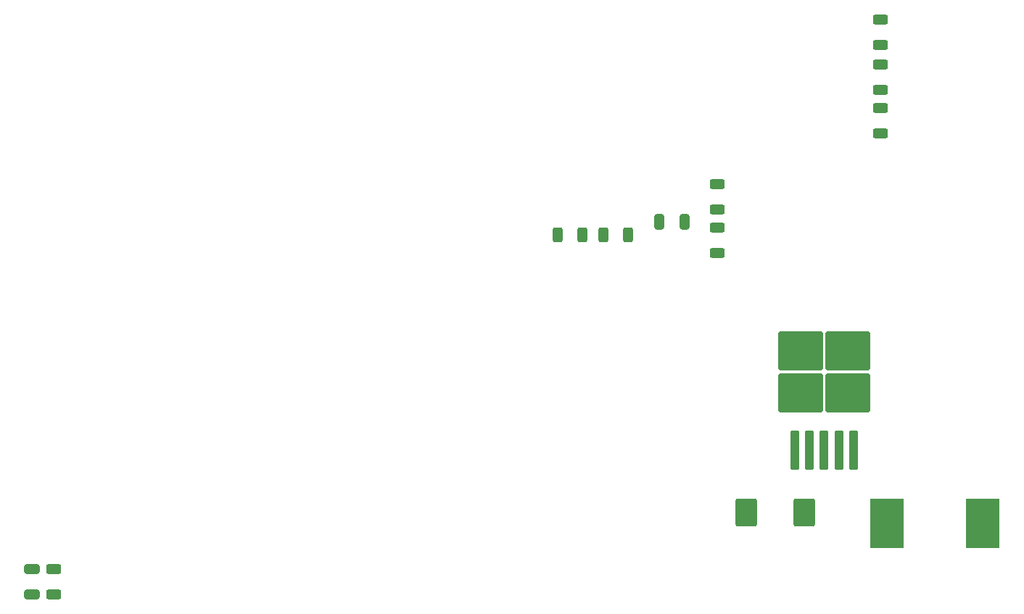
<source format=gtp>
G04 #@! TF.GenerationSoftware,KiCad,Pcbnew,7.0.2*
G04 #@! TF.CreationDate,2023-10-13T15:39:11+02:00*
G04 #@! TF.ProjectId,Module_3,4d6f6475-6c65-45f3-932e-6b696361645f,rev?*
G04 #@! TF.SameCoordinates,Original*
G04 #@! TF.FileFunction,Paste,Top*
G04 #@! TF.FilePolarity,Positive*
%FSLAX46Y46*%
G04 Gerber Fmt 4.6, Leading zero omitted, Abs format (unit mm)*
G04 Created by KiCad (PCBNEW 7.0.2) date 2023-10-13 15:39:11*
%MOMM*%
%LPD*%
G01*
G04 APERTURE LIST*
G04 Aperture macros list*
%AMRoundRect*
0 Rectangle with rounded corners*
0 $1 Rounding radius*
0 $2 $3 $4 $5 $6 $7 $8 $9 X,Y pos of 4 corners*
0 Add a 4 corners polygon primitive as box body*
4,1,4,$2,$3,$4,$5,$6,$7,$8,$9,$2,$3,0*
0 Add four circle primitives for the rounded corners*
1,1,$1+$1,$2,$3*
1,1,$1+$1,$4,$5*
1,1,$1+$1,$6,$7*
1,1,$1+$1,$8,$9*
0 Add four rect primitives between the rounded corners*
20,1,$1+$1,$2,$3,$4,$5,0*
20,1,$1+$1,$4,$5,$6,$7,0*
20,1,$1+$1,$6,$7,$8,$9,0*
20,1,$1+$1,$8,$9,$2,$3,0*%
G04 Aperture macros list end*
%ADD10RoundRect,0.250000X0.625000X-0.312500X0.625000X0.312500X-0.625000X0.312500X-0.625000X-0.312500X0*%
%ADD11RoundRect,0.250000X-0.625000X0.312500X-0.625000X-0.312500X0.625000X-0.312500X0.625000X0.312500X0*%
%ADD12RoundRect,0.250000X0.300000X-2.050000X0.300000X2.050000X-0.300000X2.050000X-0.300000X-2.050000X0*%
%ADD13RoundRect,0.250000X2.375000X-2.025000X2.375000X2.025000X-2.375000X2.025000X-2.375000X-2.025000X0*%
%ADD14RoundRect,0.250000X-0.312500X-0.625000X0.312500X-0.625000X0.312500X0.625000X-0.312500X0.625000X0*%
%ADD15RoundRect,0.250000X-0.650000X0.325000X-0.650000X-0.325000X0.650000X-0.325000X0.650000X0.325000X0*%
%ADD16RoundRect,0.250000X0.325000X0.650000X-0.325000X0.650000X-0.325000X-0.650000X0.325000X-0.650000X0*%
%ADD17RoundRect,0.250000X-1.000000X1.400000X-1.000000X-1.400000X1.000000X-1.400000X1.000000X1.400000X0*%
%ADD18R,4.000000X5.800000*%
G04 APERTURE END LIST*
D10*
X206375000Y-67310000D03*
X206375000Y-64385000D03*
D11*
X206375000Y-74737500D03*
X206375000Y-77662500D03*
X187325000Y-88707500D03*
X187325000Y-91632500D03*
D12*
X196390000Y-114675000D03*
X198090000Y-114675000D03*
X199790000Y-114675000D03*
D13*
X197015000Y-107950000D03*
X202565000Y-107950000D03*
X197015000Y-103100000D03*
X202565000Y-103100000D03*
D12*
X201490000Y-114675000D03*
X203190000Y-114675000D03*
D14*
X168660000Y-89535000D03*
X171585000Y-89535000D03*
D11*
X187325000Y-83627500D03*
X187325000Y-86552500D03*
D14*
X173990000Y-89535000D03*
X176915000Y-89535000D03*
D15*
X107315000Y-128573000D03*
X107315000Y-131523000D03*
D16*
X183515000Y-88038000D03*
X180565000Y-88038000D03*
D10*
X206375000Y-72582500D03*
X206375000Y-69657500D03*
D17*
X197485000Y-121920000D03*
X190685000Y-121920000D03*
D10*
X109855000Y-131510500D03*
X109855000Y-128585500D03*
D18*
X207137000Y-123190000D03*
X218313000Y-123190000D03*
M02*

</source>
